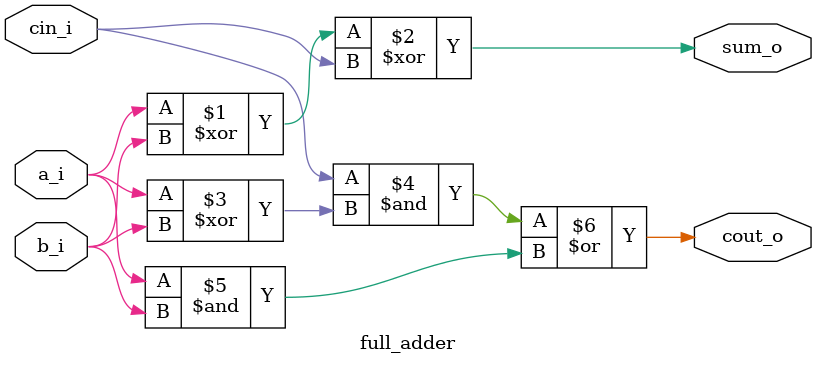
<source format=sv>
`timescale 1ns / 1ps

module full_adder(
    input logic a_i,
    input logic b_i,
    input logic cin_i,
    output logic sum_o,
    output logic cout_o
    );
    
    assign sum_o = (a_i ^ b_i) ^ cin_i;
    assign cout_o = (cin_i & (a_i ^ b_i)) | (a_i & b_i); 
endmodule

</source>
